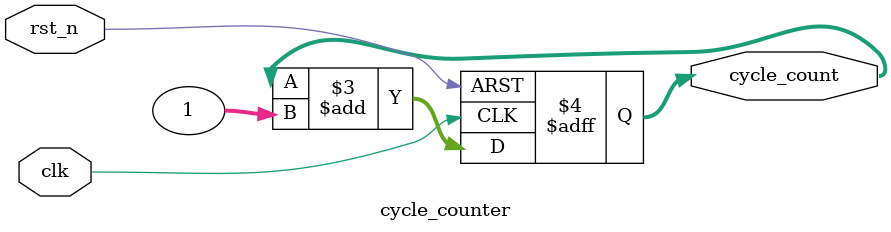
<source format=sv>
module cycle_counter ( 
    input logic clk, rst_n,
    output logic [31:0] cycle_count
);
    always_ff @(posedge clk or negedge rst_n) begin
        if(!rst_n) cycle_count <= 0;
        else cycle_count <= cycle_count + 1;
    end
endmodule
</source>
